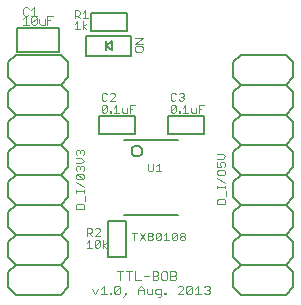
<source format=gto>
G75*
G70*
%OFA0B0*%
%FSLAX24Y24*%
%IPPOS*%
%LPD*%
%AMOC8*
5,1,8,0,0,1.08239X$1,22.5*
%
%ADD10C,0.0030*%
%ADD11C,0.0060*%
%ADD12C,0.0050*%
%ADD13C,0.0020*%
D10*
X005058Y003418D02*
X005058Y003548D01*
X005101Y003591D01*
X005275Y003591D01*
X005318Y003548D01*
X005318Y003418D01*
X005058Y003418D01*
X005362Y003685D02*
X005362Y003858D01*
X005318Y003952D02*
X005318Y004039D01*
X005318Y003995D02*
X005058Y003995D01*
X005058Y003952D02*
X005058Y004039D01*
X005058Y004303D02*
X005318Y004130D01*
X005275Y004397D02*
X005101Y004397D01*
X005058Y004440D01*
X005058Y004527D01*
X005101Y004570D01*
X005275Y004397D01*
X005318Y004440D01*
X005318Y004527D01*
X005275Y004570D01*
X005101Y004570D01*
X005101Y004664D02*
X005058Y004707D01*
X005058Y004794D01*
X005101Y004837D01*
X005145Y004837D01*
X005188Y004794D01*
X005232Y004837D01*
X005275Y004837D01*
X005318Y004794D01*
X005318Y004707D01*
X005275Y004664D01*
X005188Y004751D02*
X005188Y004794D01*
X005232Y004931D02*
X005058Y004931D01*
X005058Y005104D02*
X005232Y005104D01*
X005318Y005018D01*
X005232Y004931D01*
X005275Y005198D02*
X005318Y005241D01*
X005318Y005328D01*
X005275Y005371D01*
X005232Y005371D01*
X005188Y005328D01*
X005188Y005285D01*
X005188Y005328D02*
X005145Y005371D01*
X005101Y005371D01*
X005058Y005328D01*
X005058Y005241D01*
X005101Y005198D01*
X005952Y006620D02*
X005908Y006663D01*
X006082Y006837D01*
X006082Y006663D01*
X006038Y006620D01*
X005952Y006620D01*
X005908Y006663D02*
X005908Y006837D01*
X005952Y006880D01*
X006038Y006880D01*
X006082Y006837D01*
X006175Y006663D02*
X006219Y006663D01*
X006219Y006620D01*
X006175Y006620D01*
X006175Y006663D01*
X006309Y006620D02*
X006482Y006620D01*
X006396Y006620D02*
X006396Y006880D01*
X006309Y006793D01*
X006349Y007020D02*
X006175Y007020D01*
X006349Y007193D01*
X006349Y007237D01*
X006305Y007280D01*
X006219Y007280D01*
X006175Y007237D01*
X006082Y007237D02*
X006038Y007280D01*
X005952Y007280D01*
X005908Y007237D01*
X005908Y007063D01*
X005952Y007020D01*
X006038Y007020D01*
X006082Y007063D01*
X006576Y006793D02*
X006576Y006663D01*
X006619Y006620D01*
X006749Y006620D01*
X006749Y006793D01*
X006843Y006750D02*
X006930Y006750D01*
X007016Y006880D02*
X006843Y006880D01*
X006843Y006620D01*
X008208Y006663D02*
X008382Y006837D01*
X008382Y006663D01*
X008338Y006620D01*
X008252Y006620D01*
X008208Y006663D01*
X008208Y006837D01*
X008252Y006880D01*
X008338Y006880D01*
X008382Y006837D01*
X008475Y006663D02*
X008519Y006663D01*
X008519Y006620D01*
X008475Y006620D01*
X008475Y006663D01*
X008609Y006620D02*
X008782Y006620D01*
X008696Y006620D02*
X008696Y006880D01*
X008609Y006793D01*
X008605Y007020D02*
X008519Y007020D01*
X008475Y007063D01*
X008382Y007063D02*
X008338Y007020D01*
X008252Y007020D01*
X008208Y007063D01*
X008208Y007237D01*
X008252Y007280D01*
X008338Y007280D01*
X008382Y007237D01*
X008475Y007237D02*
X008519Y007280D01*
X008605Y007280D01*
X008649Y007237D01*
X008649Y007193D01*
X008605Y007150D01*
X008649Y007107D01*
X008649Y007063D01*
X008605Y007020D01*
X008605Y007150D02*
X008562Y007150D01*
X008876Y006793D02*
X008876Y006663D01*
X008919Y006620D01*
X009049Y006620D01*
X009049Y006793D01*
X009143Y006750D02*
X009230Y006750D01*
X009316Y006880D02*
X009143Y006880D01*
X009143Y006620D01*
X009768Y005252D02*
X009942Y005252D01*
X010028Y005165D01*
X009942Y005078D01*
X009768Y005078D01*
X009768Y004985D02*
X009768Y004811D01*
X009898Y004811D01*
X009855Y004898D01*
X009855Y004941D01*
X009898Y004985D01*
X009985Y004985D01*
X010028Y004941D01*
X010028Y004854D01*
X009985Y004811D01*
X009985Y004718D02*
X009811Y004718D01*
X009768Y004674D01*
X009768Y004587D01*
X009811Y004544D01*
X009985Y004544D01*
X010028Y004587D01*
X010028Y004674D01*
X009985Y004718D01*
X009768Y004451D02*
X010028Y004277D01*
X010028Y004186D02*
X010028Y004099D01*
X010028Y004142D02*
X009768Y004142D01*
X009768Y004099D02*
X009768Y004186D01*
X010072Y004006D02*
X010072Y003832D01*
X009985Y003738D02*
X009811Y003738D01*
X009768Y003695D01*
X009768Y003565D01*
X010028Y003565D01*
X010028Y003695D01*
X009985Y003738D01*
X008684Y002582D02*
X008684Y002538D01*
X008641Y002495D01*
X008554Y002495D01*
X008510Y002538D01*
X008510Y002582D01*
X008554Y002625D01*
X008641Y002625D01*
X008684Y002582D01*
X008641Y002495D02*
X008684Y002452D01*
X008684Y002408D01*
X008641Y002365D01*
X008554Y002365D01*
X008510Y002408D01*
X008510Y002452D01*
X008554Y002495D01*
X008417Y002408D02*
X008374Y002365D01*
X008287Y002365D01*
X008243Y002408D01*
X008417Y002582D01*
X008417Y002408D01*
X008417Y002582D02*
X008374Y002625D01*
X008287Y002625D01*
X008243Y002582D01*
X008243Y002408D01*
X008150Y002365D02*
X007976Y002365D01*
X008063Y002365D02*
X008063Y002625D01*
X007976Y002538D01*
X007883Y002582D02*
X007709Y002408D01*
X007753Y002365D01*
X007840Y002365D01*
X007883Y002408D01*
X007883Y002582D01*
X007840Y002625D01*
X007753Y002625D01*
X007709Y002582D01*
X007709Y002408D01*
X007616Y002408D02*
X007572Y002365D01*
X007442Y002365D01*
X007442Y002625D01*
X007572Y002625D01*
X007616Y002582D01*
X007616Y002538D01*
X007572Y002495D01*
X007442Y002495D01*
X007572Y002495D02*
X007616Y002452D01*
X007616Y002408D01*
X007349Y002365D02*
X007175Y002625D01*
X007082Y002625D02*
X006908Y002625D01*
X006995Y002625D02*
X006995Y002365D01*
X007175Y002365D02*
X007349Y002625D01*
X007608Y001335D02*
X007753Y001335D01*
X007802Y001287D01*
X007802Y001238D01*
X007753Y001190D01*
X007608Y001190D01*
X007507Y001190D02*
X007314Y001190D01*
X007213Y001045D02*
X007019Y001045D01*
X007019Y001335D01*
X006918Y001335D02*
X006724Y001335D01*
X006821Y001335D02*
X006821Y001045D01*
X006526Y001045D02*
X006526Y001335D01*
X006430Y001335D02*
X006623Y001335D01*
X006477Y000855D02*
X006380Y000855D01*
X006331Y000807D01*
X006331Y000613D01*
X006525Y000807D01*
X006525Y000613D01*
X006477Y000565D01*
X006380Y000565D01*
X006331Y000613D01*
X006233Y000613D02*
X006233Y000565D01*
X006184Y000565D01*
X006184Y000613D01*
X006233Y000613D01*
X006083Y000565D02*
X005890Y000565D01*
X005986Y000565D02*
X005986Y000855D01*
X005890Y000758D01*
X005788Y000758D02*
X005692Y000565D01*
X005595Y000758D01*
X006477Y000855D02*
X006525Y000807D01*
X006675Y000613D02*
X006675Y000565D01*
X006723Y000565D01*
X006723Y000613D01*
X006675Y000613D01*
X006723Y000565D02*
X006626Y000468D01*
X007117Y000565D02*
X007117Y000758D01*
X007214Y000855D01*
X007311Y000758D01*
X007311Y000565D01*
X007412Y000613D02*
X007412Y000758D01*
X007311Y000710D02*
X007117Y000710D01*
X007412Y000613D02*
X007460Y000565D01*
X007605Y000565D01*
X007605Y000758D01*
X007707Y000710D02*
X007707Y000613D01*
X007755Y000565D01*
X007900Y000565D01*
X007900Y000517D02*
X007852Y000468D01*
X007803Y000468D01*
X007900Y000517D02*
X007900Y000758D01*
X007755Y000758D01*
X007707Y000710D01*
X008001Y000613D02*
X008050Y000613D01*
X008050Y000565D01*
X008001Y000565D01*
X008001Y000613D01*
X008443Y000565D02*
X008637Y000758D01*
X008637Y000807D01*
X008588Y000855D01*
X008492Y000855D01*
X008443Y000807D01*
X008443Y000565D02*
X008637Y000565D01*
X008738Y000613D02*
X008931Y000807D01*
X008931Y000613D01*
X008883Y000565D01*
X008786Y000565D01*
X008738Y000613D01*
X008738Y000807D01*
X008786Y000855D01*
X008883Y000855D01*
X008931Y000807D01*
X009032Y000758D02*
X009129Y000855D01*
X009129Y000565D01*
X009032Y000565D02*
X009226Y000565D01*
X009327Y000613D02*
X009375Y000565D01*
X009472Y000565D01*
X009521Y000613D01*
X009521Y000662D01*
X009472Y000710D01*
X009424Y000710D01*
X009472Y000710D02*
X009521Y000758D01*
X009521Y000807D01*
X009472Y000855D01*
X009375Y000855D01*
X009327Y000807D01*
X008391Y001093D02*
X008343Y001045D01*
X008198Y001045D01*
X008198Y001335D01*
X008343Y001335D01*
X008391Y001287D01*
X008391Y001238D01*
X008343Y001190D01*
X008198Y001190D01*
X008096Y001093D02*
X008096Y001287D01*
X008048Y001335D01*
X007951Y001335D01*
X007903Y001287D01*
X007903Y001093D01*
X007951Y001045D01*
X008048Y001045D01*
X008096Y001093D01*
X008343Y001190D02*
X008391Y001142D01*
X008391Y001093D01*
X007802Y001093D02*
X007753Y001045D01*
X007608Y001045D01*
X007608Y001335D01*
X007753Y001190D02*
X007802Y001142D01*
X007802Y001093D01*
X006072Y002120D02*
X005942Y002207D01*
X006072Y002293D01*
X005942Y002380D02*
X005942Y002120D01*
X005849Y002163D02*
X005805Y002120D01*
X005719Y002120D01*
X005675Y002163D01*
X005849Y002337D01*
X005849Y002163D01*
X005675Y002163D02*
X005675Y002337D01*
X005719Y002380D01*
X005805Y002380D01*
X005849Y002337D01*
X005849Y002520D02*
X005675Y002520D01*
X005849Y002693D01*
X005849Y002737D01*
X005805Y002780D01*
X005719Y002780D01*
X005675Y002737D01*
X005582Y002737D02*
X005582Y002650D01*
X005538Y002607D01*
X005408Y002607D01*
X005408Y002520D02*
X005408Y002780D01*
X005538Y002780D01*
X005582Y002737D01*
X005495Y002607D02*
X005582Y002520D01*
X005495Y002380D02*
X005495Y002120D01*
X005408Y002120D02*
X005582Y002120D01*
X005408Y002293D02*
X005495Y002380D01*
X007507Y004661D02*
X007463Y004704D01*
X007463Y004921D01*
X007637Y004921D02*
X007637Y004704D01*
X007593Y004661D01*
X007507Y004661D01*
X007730Y004661D02*
X007904Y004661D01*
X007817Y004661D02*
X007817Y004921D01*
X007730Y004834D01*
X005405Y009420D02*
X005275Y009507D01*
X005405Y009593D01*
X005275Y009680D02*
X005275Y009420D01*
X005182Y009420D02*
X005008Y009420D01*
X005095Y009420D02*
X005095Y009680D01*
X005008Y009593D01*
X005008Y009770D02*
X005008Y010030D01*
X005138Y010030D01*
X005182Y009987D01*
X005182Y009900D01*
X005138Y009857D01*
X005008Y009857D01*
X005095Y009857D02*
X005182Y009770D01*
X005275Y009770D02*
X005449Y009770D01*
X005362Y009770D02*
X005362Y010030D01*
X005275Y009943D01*
D11*
X002793Y001300D02*
X002793Y000800D01*
X003043Y000550D01*
X004543Y000550D01*
X004793Y000800D01*
X004793Y001300D01*
X004543Y001550D01*
X003043Y001550D01*
X002793Y001300D01*
X003043Y001550D02*
X002793Y001800D01*
X002793Y002300D01*
X003043Y002550D01*
X004543Y002550D01*
X004793Y002300D01*
X004793Y001800D01*
X004543Y001550D01*
X004543Y002550D02*
X004793Y002800D01*
X004793Y003300D01*
X004543Y003550D01*
X003043Y003550D01*
X002793Y003300D01*
X002793Y002800D01*
X003043Y002550D01*
X003043Y003550D02*
X002793Y003800D01*
X002793Y004300D01*
X003043Y004550D01*
X004543Y004550D01*
X004793Y004300D01*
X004793Y003800D01*
X004543Y003550D01*
X004543Y004550D02*
X003043Y004550D01*
X002793Y004800D01*
X002793Y005300D01*
X003043Y005550D01*
X004543Y005550D01*
X004793Y005300D01*
X004793Y004800D01*
X004543Y004550D01*
X004543Y005550D02*
X004793Y005800D01*
X004793Y006300D01*
X004543Y006550D01*
X003043Y006550D01*
X002793Y006300D01*
X002793Y005800D01*
X003043Y005550D01*
X003043Y006550D02*
X002793Y006800D01*
X002793Y007300D01*
X003043Y007550D01*
X004543Y007550D01*
X004793Y007300D01*
X004793Y006800D01*
X004543Y006550D01*
X004543Y007550D02*
X004793Y007800D01*
X004793Y008300D01*
X004543Y008550D01*
X003043Y008550D01*
X002793Y008300D01*
X002793Y007800D01*
X003043Y007550D01*
X006670Y005696D02*
X008467Y005696D01*
X006908Y005346D02*
X006910Y005372D01*
X006916Y005398D01*
X006925Y005422D01*
X006938Y005445D01*
X006954Y005466D01*
X006973Y005484D01*
X006994Y005500D01*
X007018Y005512D01*
X007042Y005520D01*
X007068Y005525D01*
X007095Y005526D01*
X007121Y005523D01*
X007146Y005516D01*
X007170Y005506D01*
X007193Y005492D01*
X007213Y005476D01*
X007230Y005456D01*
X007245Y005434D01*
X007256Y005410D01*
X007264Y005385D01*
X007268Y005359D01*
X007268Y005333D01*
X007264Y005307D01*
X007256Y005282D01*
X007245Y005258D01*
X007230Y005236D01*
X007213Y005216D01*
X007193Y005200D01*
X007170Y005186D01*
X007146Y005176D01*
X007121Y005169D01*
X007095Y005166D01*
X007068Y005167D01*
X007042Y005172D01*
X007018Y005180D01*
X006994Y005192D01*
X006973Y005208D01*
X006954Y005226D01*
X006938Y005247D01*
X006925Y005270D01*
X006916Y005294D01*
X006910Y005320D01*
X006908Y005346D01*
X006670Y003204D02*
X008467Y003204D01*
X010293Y003300D02*
X010293Y002800D01*
X010543Y002550D01*
X012043Y002550D01*
X012293Y002300D01*
X012293Y001800D01*
X012043Y001550D01*
X012293Y001300D01*
X012293Y000800D01*
X012043Y000550D01*
X010543Y000550D01*
X010293Y000800D01*
X010293Y001300D01*
X010543Y001550D01*
X012043Y001550D01*
X012043Y002550D02*
X012293Y002800D01*
X012293Y003300D01*
X012043Y003550D01*
X010543Y003550D01*
X010293Y003300D01*
X010543Y003550D02*
X010293Y003800D01*
X010293Y004300D01*
X010543Y004550D01*
X012043Y004550D01*
X012293Y004300D01*
X012293Y003800D01*
X012043Y003550D01*
X012043Y004550D02*
X010543Y004550D01*
X010293Y004800D01*
X010293Y005300D01*
X010543Y005550D01*
X012043Y005550D01*
X012293Y005300D01*
X012293Y004800D01*
X012043Y004550D01*
X012043Y005550D02*
X012293Y005800D01*
X012293Y006300D01*
X012043Y006550D01*
X010543Y006550D01*
X010293Y006300D01*
X010293Y005800D01*
X010543Y005550D01*
X010543Y006550D02*
X010293Y006800D01*
X010293Y007300D01*
X010543Y007550D01*
X012043Y007550D01*
X012293Y007300D01*
X012293Y006800D01*
X012043Y006550D01*
X012043Y007550D02*
X012293Y007800D01*
X012293Y008300D01*
X012043Y008550D01*
X010543Y008550D01*
X010293Y008300D01*
X010293Y007800D01*
X010543Y007550D01*
X010543Y002550D02*
X010293Y002300D01*
X010293Y001800D01*
X010543Y001550D01*
D12*
X006718Y001800D02*
X006118Y001800D01*
X006118Y003000D01*
X006718Y003000D01*
X006718Y001800D01*
X007018Y005900D02*
X005818Y005900D01*
X005818Y006500D01*
X007018Y006500D01*
X007018Y005900D01*
X008118Y005900D02*
X008118Y006500D01*
X009318Y006500D01*
X009318Y005900D01*
X008118Y005900D01*
X006893Y008525D02*
X006893Y009175D01*
X005393Y009175D01*
X005393Y008525D01*
X006893Y008525D01*
X006243Y008700D02*
X006043Y008850D01*
X006243Y009000D01*
X006243Y008700D01*
X006043Y008700D02*
X006043Y009000D01*
X005543Y009350D02*
X005543Y009950D01*
X006743Y009950D01*
X006743Y009350D01*
X005543Y009350D01*
X004493Y009450D02*
X004493Y008650D01*
X003093Y008650D01*
X003093Y009450D01*
X004493Y009450D01*
D13*
X004194Y009695D02*
X004104Y009695D01*
X004018Y009740D02*
X004018Y009560D01*
X003882Y009560D01*
X003837Y009605D01*
X003837Y009740D01*
X003750Y009785D02*
X003750Y009605D01*
X003705Y009560D01*
X003615Y009560D01*
X003570Y009605D01*
X003750Y009785D01*
X003705Y009830D01*
X003615Y009830D01*
X003570Y009785D01*
X003570Y009605D01*
X003483Y009560D02*
X003303Y009560D01*
X003393Y009560D02*
X003393Y009830D01*
X003303Y009740D01*
X003348Y009860D02*
X003438Y009860D01*
X003483Y009905D01*
X003570Y009860D02*
X003750Y009860D01*
X003660Y009860D02*
X003660Y010130D01*
X003570Y010040D01*
X003483Y010085D02*
X003438Y010130D01*
X003348Y010130D01*
X003303Y010085D01*
X003303Y009905D01*
X003348Y009860D01*
X004104Y009830D02*
X004104Y009560D01*
X004104Y009830D02*
X004285Y009830D01*
X007013Y009107D02*
X007283Y009107D01*
X007013Y008927D01*
X007283Y008927D01*
X007238Y008840D02*
X007058Y008840D01*
X007013Y008795D01*
X007013Y008705D01*
X007058Y008660D01*
X007238Y008660D01*
X007283Y008705D01*
X007283Y008795D01*
X007238Y008840D01*
M02*

</source>
